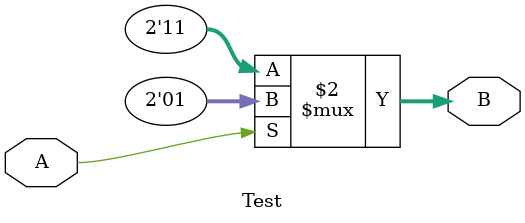
<source format=v>
`timescale 1ns / 1ps

module Test(
    input A,
    output [1:0] B
    );

assign B=(A==1'b1)? 2'b01:2'b11;   
 
endmodule

</source>
